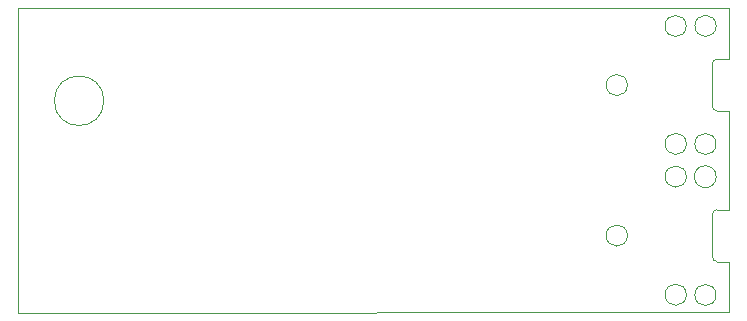
<source format=gbr>
%TF.GenerationSoftware,KiCad,Pcbnew,(6.0.5)*%
%TF.CreationDate,2022-08-07T22:36:51-04:00*%
%TF.ProjectId,ADE7953-Power-Sensor-breakout,41444537-3935-4332-9d50-6f7765722d53,rev?*%
%TF.SameCoordinates,Original*%
%TF.FileFunction,Profile,NP*%
%FSLAX46Y46*%
G04 Gerber Fmt 4.6, Leading zero omitted, Abs format (unit mm)*
G04 Created by KiCad (PCBNEW (6.0.5)) date 2022-08-07 22:36:51*
%MOMM*%
%LPD*%
G01*
G04 APERTURE LIST*
%TA.AperFunction,Profile*%
%ADD10C,0.050000*%
%TD*%
%TA.AperFunction,Profile*%
%ADD11C,0.100000*%
%TD*%
%TA.AperFunction,Profile*%
%ADD12C,0.120000*%
%TD*%
G04 APERTURE END LIST*
D10*
X229680000Y-73580000D02*
G75*
G03*
X229680000Y-73580000I-900000J0D01*
G01*
X227170000Y-73550000D02*
G75*
G03*
X227170000Y-73550000I-900000J0D01*
G01*
X222180000Y-68540000D02*
G75*
G03*
X222180000Y-68540000I-900000J0D01*
G01*
X229696175Y-63560000D02*
G75*
G03*
X229696175Y-63560000I-926175J0D01*
G01*
X227169946Y-63550000D02*
G75*
G03*
X227169946Y-63550000I-900000J0D01*
G01*
X229680000Y-60790000D02*
G75*
G03*
X229680000Y-60790000I-900000J0D01*
G01*
X227170000Y-60780000D02*
G75*
G03*
X227170000Y-60780000I-900000J0D01*
G01*
X222180000Y-55800000D02*
G75*
G03*
X222180000Y-55800000I-900000J0D01*
G01*
X229690000Y-50790000D02*
G75*
G03*
X229690000Y-50790000I-900000J0D01*
G01*
X227160000Y-50800000D02*
G75*
G03*
X227160000Y-50800000I-900000J0D01*
G01*
D11*
X170612113Y-75080000D02*
X230767887Y-75050000D01*
X170612113Y-49300000D02*
X170612113Y-75080000D01*
X230767887Y-49300000D02*
X170612113Y-49300000D01*
X177850000Y-57130000D02*
G75*
G03*
X177850000Y-57130000I-2100000J0D01*
G01*
D12*
%TO.C,INPUT-B-1*%
X230767887Y-58000000D02*
X230767887Y-62300000D01*
X230767887Y-53600000D02*
X230767887Y-49300000D01*
X229767887Y-58000000D02*
X230767887Y-58000000D01*
X229767887Y-53600000D02*
X230767887Y-53600000D01*
X229367887Y-54000000D02*
X229367887Y-57600000D01*
X229367887Y-57600000D02*
G75*
G03*
X229767887Y-58000000I400002J2D01*
G01*
X229767887Y-53600000D02*
G75*
G03*
X229367887Y-54000000I0J-400000D01*
G01*
%TO.C,INPUT-A-1*%
X230767887Y-66350000D02*
X230767887Y-62050000D01*
X229367887Y-66750000D02*
X229367887Y-70350000D01*
X230767887Y-70750000D02*
X230767887Y-75050000D01*
X229767887Y-70750000D02*
X230767887Y-70750000D01*
X229767887Y-66350000D02*
X230767887Y-66350000D01*
X229767887Y-66350000D02*
G75*
G03*
X229367887Y-66750000I0J-400000D01*
G01*
X229367887Y-70350000D02*
G75*
G03*
X229767887Y-70750000I400002J2D01*
G01*
%TD*%
M02*

</source>
